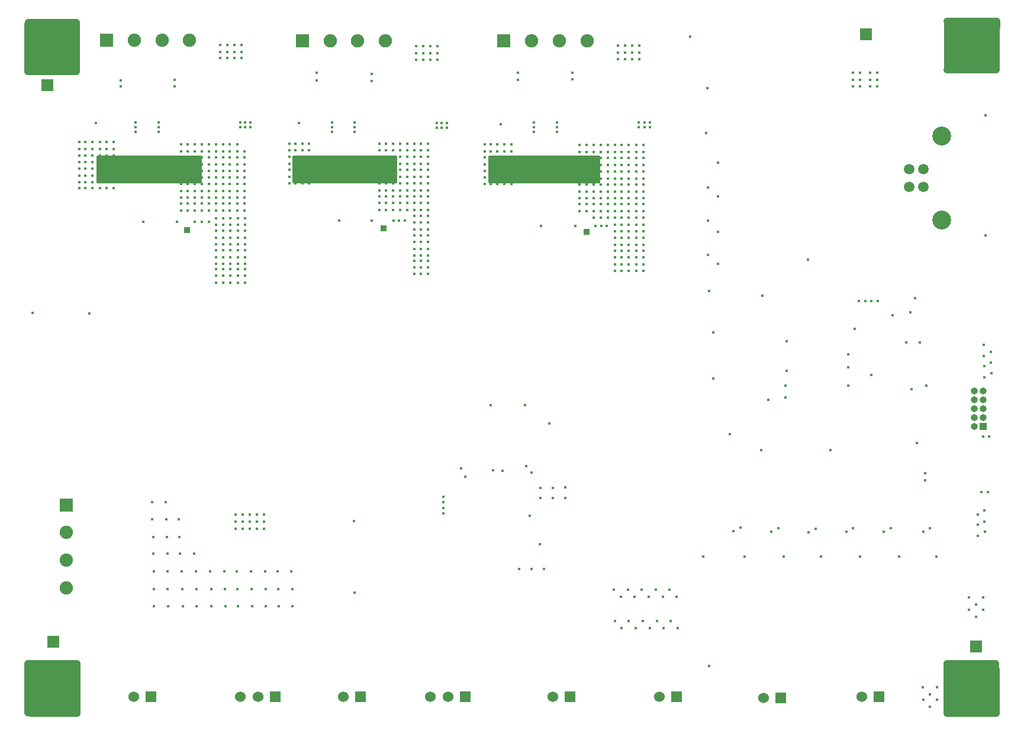
<source format=gbs>
G04 #@! TF.FileFunction,Soldermask,Bot*
%FSLAX46Y46*%
G04 Gerber Fmt 4.6, Leading zero omitted, Abs format (unit mm)*
G04 Created by KiCad (PCBNEW 4.0.1-stable) date 2018/04/26 15:04:28*
%MOMM*%
G01*
G04 APERTURE LIST*
%ADD10C,0.150000*%
%ADD11C,1.000000*%
%ADD12C,0.400000*%
%ADD13C,1.900000*%
%ADD14R,1.900000X1.900000*%
%ADD15C,1.520000*%
%ADD16C,2.700000*%
%ADD17R,0.850000X0.850000*%
%ADD18C,3.200000*%
%ADD19R,1.700000X1.700000*%
%ADD20R,1.000000X1.000000*%
%ADD21O,1.000000X1.000000*%
%ADD22C,1.524000*%
%ADD23R,1.524000X1.524000*%
%ADD24C,0.254000*%
G04 APERTURE END LIST*
D10*
D11*
X265550000Y-160500000D02*
X268700000Y-160500000D01*
X265550000Y-159850000D02*
X265550000Y-160500000D01*
X268750000Y-159850000D02*
X265550000Y-159850000D01*
X268750000Y-160400000D02*
X268750000Y-159850000D01*
X268750000Y-161750000D02*
X268750000Y-160400000D01*
X265850000Y-161750000D02*
X268750000Y-161750000D01*
X265850000Y-159100000D02*
X265850000Y-161750000D01*
X269200000Y-159100000D02*
X265850000Y-159100000D01*
X269200000Y-162400000D02*
X269200000Y-159100000D01*
X265150000Y-162400000D02*
X269200000Y-162400000D01*
X265150000Y-158350000D02*
X265150000Y-162400000D01*
X269900000Y-158350000D02*
X265150000Y-158350000D01*
X269900000Y-163000000D02*
X269900000Y-158350000D01*
X264450000Y-163000000D02*
X269900000Y-163000000D01*
X264450000Y-157600000D02*
X264450000Y-163000000D01*
X270700000Y-157600000D02*
X264450000Y-157600000D01*
X270700000Y-163850000D02*
X270700000Y-157600000D01*
X263700000Y-163850000D02*
X270700000Y-163850000D01*
X263700000Y-156800000D02*
X263700000Y-163850000D01*
X270650000Y-156800000D02*
X263700000Y-156800000D01*
X270650000Y-163700000D02*
X270650000Y-156800000D01*
X268350000Y-68200000D02*
X266650000Y-68200000D01*
X268350000Y-68800000D02*
X268350000Y-68200000D01*
X266500000Y-68800000D02*
X268350000Y-68800000D01*
X266500000Y-67650000D02*
X266500000Y-68800000D01*
X268650000Y-67650000D02*
X266500000Y-67650000D01*
X268650000Y-69800000D02*
X268650000Y-67650000D01*
X265800000Y-69800000D02*
X268650000Y-69800000D01*
X265800000Y-67000000D02*
X265800000Y-69800000D01*
X269200000Y-67000000D02*
X265800000Y-67000000D01*
X269200000Y-70400000D02*
X269200000Y-67000000D01*
X265250000Y-70400000D02*
X269200000Y-70400000D01*
X265250000Y-66350000D02*
X265250000Y-70400000D01*
X269900000Y-66350000D02*
X265250000Y-66350000D01*
X269900000Y-71150000D02*
X269900000Y-66350000D01*
X264450000Y-71150000D02*
X269900000Y-71150000D01*
X264450000Y-65650000D02*
X264450000Y-71150000D01*
X270750000Y-65650000D02*
X264450000Y-65650000D01*
X270750000Y-64800000D02*
X270750000Y-65650000D01*
X263700000Y-64800000D02*
X270750000Y-64800000D01*
X263750000Y-71800000D02*
X263750000Y-64800000D01*
X270700000Y-71800000D02*
X263700000Y-71800000D01*
X270700000Y-64900000D02*
X270700000Y-71800000D01*
X136550000Y-160550000D02*
X134850000Y-160550000D01*
X136550000Y-160100000D02*
X136550000Y-160550000D01*
X134500000Y-160100000D02*
X136550000Y-160100000D01*
X134500000Y-161500000D02*
X134500000Y-160100000D01*
X137250000Y-161500000D02*
X134500000Y-161500000D01*
X137250000Y-159450000D02*
X137250000Y-161500000D01*
X134050000Y-159450000D02*
X137250000Y-159450000D01*
X134050000Y-162300000D02*
X134050000Y-159450000D01*
X137950000Y-162300000D02*
X134050000Y-162300000D01*
X137950000Y-158550000D02*
X137950000Y-162300000D01*
X133350000Y-158550000D02*
X137950000Y-158550000D01*
X133350000Y-163150000D02*
X133350000Y-158550000D01*
X138550000Y-163150000D02*
X133350000Y-163150000D01*
X138550000Y-157800000D02*
X138550000Y-163150000D01*
X132650000Y-157800000D02*
X138550000Y-157800000D01*
X132650000Y-163850000D02*
X132650000Y-157800000D01*
X139200000Y-163850000D02*
X132650000Y-163850000D01*
X139200000Y-156800000D02*
X139200000Y-163850000D01*
X132200000Y-156800000D02*
X139200000Y-156800000D01*
X132200000Y-163800000D02*
X132200000Y-156800000D01*
X136200000Y-68300000D02*
X138550000Y-65950000D01*
X136700000Y-68800000D02*
X136200000Y-68300000D01*
X135300000Y-68800000D02*
X136700000Y-68800000D01*
X135300000Y-67400000D02*
X135300000Y-68800000D01*
X136850000Y-67400000D02*
X135300000Y-67400000D01*
X136850000Y-69800000D02*
X136850000Y-67400000D01*
X134550000Y-69800000D02*
X136850000Y-69800000D01*
X134550000Y-66650000D02*
X134550000Y-69800000D01*
X137550000Y-66650000D02*
X134550000Y-66650000D01*
X137550000Y-70450000D02*
X137550000Y-66650000D01*
X133750000Y-70450000D02*
X137550000Y-70450000D01*
X133750000Y-65850000D02*
X133750000Y-70450000D01*
X138250000Y-65850000D02*
X133750000Y-65850000D01*
X138250000Y-71300000D02*
X138250000Y-65850000D01*
X133050000Y-71300000D02*
X138250000Y-71300000D01*
X133050000Y-65650000D02*
X133050000Y-71300000D01*
X139150000Y-65000000D02*
X132250000Y-65000000D01*
X139150000Y-72050000D02*
X139150000Y-65000000D01*
X132200000Y-72050000D02*
X139150000Y-72050000D01*
X132200000Y-65250000D02*
X132200000Y-72050000D01*
D12*
X145390000Y-85920000D03*
X146390000Y-85920000D03*
X145390000Y-86920000D03*
X146390000Y-86920000D03*
X145390000Y-85020000D03*
X146390000Y-85020000D03*
X197540000Y-82420000D03*
X197540000Y-83420000D03*
X197540000Y-85320000D03*
X197540000Y-84320000D03*
X197540000Y-88120000D03*
X197540000Y-87220000D03*
X197540000Y-86220000D03*
X198440000Y-86220000D03*
X198440000Y-87220000D03*
X198440000Y-88120000D03*
X198440000Y-84320000D03*
X198440000Y-85320000D03*
X198440000Y-83420000D03*
X198440000Y-82420000D03*
X169640000Y-82320000D03*
X169640000Y-83320000D03*
X169640000Y-85220000D03*
X169640000Y-84220000D03*
X169640000Y-88020000D03*
X169640000Y-87120000D03*
X169640000Y-86120000D03*
X210190000Y-85220000D03*
X209190000Y-85220000D03*
X210190000Y-87120000D03*
X209190000Y-87120000D03*
X210190000Y-86120000D03*
X209190000Y-86120000D03*
X202290000Y-86120000D03*
X203290000Y-86120000D03*
X202290000Y-87120000D03*
X203290000Y-87120000D03*
X202290000Y-85220000D03*
X203290000Y-85220000D03*
X181190000Y-85020000D03*
X180190000Y-85020000D03*
X181190000Y-86920000D03*
X180190000Y-86920000D03*
X181190000Y-85920000D03*
X180190000Y-85920000D03*
X153090000Y-85020000D03*
X152090000Y-85020000D03*
X153090000Y-86920000D03*
X152090000Y-86920000D03*
X153090000Y-85920000D03*
X152090000Y-85920000D03*
X173390000Y-85920000D03*
X174390000Y-85920000D03*
X173390000Y-86920000D03*
X174390000Y-86920000D03*
X173390000Y-85020000D03*
X174390000Y-85020000D03*
X144490000Y-88720000D03*
X143490000Y-88720000D03*
X142490000Y-88720000D03*
X140390000Y-88720000D03*
X141390000Y-88720000D03*
X139590000Y-88720000D03*
X139590000Y-82120000D03*
X139590000Y-83120000D03*
X139590000Y-85020000D03*
X139590000Y-84020000D03*
X139590000Y-87820000D03*
X139590000Y-86920000D03*
X139590000Y-85920000D03*
X140390000Y-85920000D03*
X141390000Y-85920000D03*
X140390000Y-86920000D03*
X141390000Y-86920000D03*
X141390000Y-87820000D03*
X140390000Y-87820000D03*
X140390000Y-84020000D03*
X141390000Y-84020000D03*
X140390000Y-85020000D03*
X141390000Y-85020000D03*
X141390000Y-83120000D03*
X140390000Y-83120000D03*
X141390000Y-82120000D03*
X140390000Y-82120000D03*
X210100000Y-73100000D03*
X210100000Y-72200000D03*
X202300000Y-72200000D03*
X202300000Y-73200000D03*
X181400000Y-73400000D03*
X181400000Y-72400000D03*
X173500000Y-72200000D03*
X173500000Y-73300000D03*
X153200000Y-74100000D03*
X153200000Y-73200000D03*
X145500000Y-73300000D03*
X145500000Y-74100000D03*
X159740000Y-70120000D03*
X160740000Y-70120000D03*
X161740000Y-70120000D03*
X162740000Y-70120000D03*
X162740000Y-69220000D03*
X161740000Y-69220000D03*
X160740000Y-69220000D03*
X159740000Y-69220000D03*
X162740000Y-68220000D03*
X161740000Y-68220000D03*
X160740000Y-68220000D03*
X159740000Y-68220000D03*
X187740000Y-68420000D03*
X188740000Y-68420000D03*
X189740000Y-68420000D03*
X190740000Y-68420000D03*
X187740000Y-69420000D03*
X188740000Y-69420000D03*
X189740000Y-69420000D03*
X190740000Y-69420000D03*
X190740000Y-70320000D03*
X189740000Y-70320000D03*
X188740000Y-70320000D03*
X187740000Y-70320000D03*
X216640000Y-70220000D03*
X217640000Y-70220000D03*
X218640000Y-70220000D03*
X219640000Y-70220000D03*
X219640000Y-69320000D03*
X218640000Y-69320000D03*
X217640000Y-69320000D03*
X216640000Y-69320000D03*
X219640000Y-68320000D03*
X218640000Y-68320000D03*
X217640000Y-68320000D03*
X216640000Y-68320000D03*
X182440000Y-85220000D03*
X240600000Y-117000000D03*
X240600000Y-118700000D03*
X234150000Y-137270000D03*
X233150000Y-137820000D03*
X238550000Y-137920000D03*
X239550000Y-137370000D03*
X244850000Y-137470000D03*
X243850000Y-138020000D03*
X249250000Y-137920000D03*
X250250000Y-137370000D03*
X254650000Y-137920000D03*
X255650000Y-137370000D03*
X261250000Y-137370000D03*
X260250000Y-137920000D03*
X268100000Y-136920000D03*
X269100000Y-137920000D03*
X268100000Y-138470000D03*
X268050000Y-135420000D03*
X269050000Y-136420000D03*
X269050000Y-134870000D03*
X259400000Y-125200000D03*
X194800000Y-130000000D03*
X237100000Y-126200000D03*
X247000000Y-126200000D03*
X249500000Y-114400000D03*
X249550000Y-116970000D03*
X257800000Y-110820000D03*
X260750000Y-116970000D03*
X252800000Y-115500000D03*
X249550000Y-112470000D03*
X250450000Y-108870000D03*
X259800000Y-110800000D03*
X258600000Y-117500000D03*
X259100000Y-104420000D03*
X255900000Y-106900000D03*
X258400000Y-106500000D03*
X252850000Y-104870000D03*
X253800000Y-104900000D03*
X268600000Y-132200000D03*
X269500000Y-132200000D03*
X269700000Y-124300000D03*
X268950000Y-111170000D03*
X269950000Y-112170000D03*
X269950000Y-113720000D03*
X268950000Y-112720000D03*
X269000000Y-115770000D03*
X270000000Y-115220000D03*
X269000000Y-114220000D03*
X269200000Y-95520000D03*
X252700000Y-72220000D03*
X253700000Y-72220000D03*
X253700000Y-74100000D03*
X252700000Y-73220000D03*
X253700000Y-73220000D03*
X252700000Y-74120000D03*
X250200000Y-74120000D03*
X240700000Y-110600000D03*
X240700000Y-114900000D03*
X232600000Y-123900000D03*
X230200000Y-116000000D03*
X230200000Y-109400000D03*
X194200000Y-128800000D03*
X206800000Y-122400000D03*
X205400000Y-139700000D03*
X198400000Y-119800000D03*
X203300000Y-119800000D03*
X226900000Y-67000000D03*
X229200000Y-80800000D03*
X229400000Y-74400000D03*
X229500000Y-88600000D03*
X229500000Y-93400000D03*
X229600000Y-103400000D03*
X229500000Y-98300000D03*
X203500000Y-128500000D03*
X198700000Y-129100000D03*
X191600000Y-134500000D03*
X191600000Y-135300000D03*
X191600000Y-133700000D03*
X171000000Y-79400000D03*
X141900000Y-79400000D03*
X147600000Y-79300000D03*
X189440000Y-91820000D03*
X188440000Y-91820000D03*
X187440000Y-91820000D03*
X187440000Y-92720000D03*
X188440000Y-92720000D03*
X189440000Y-92720000D03*
X189440000Y-94620000D03*
X188440000Y-94620000D03*
X187440000Y-94620000D03*
X189440000Y-93620000D03*
X188440000Y-93620000D03*
X187440000Y-93620000D03*
X187440000Y-96420000D03*
X188440000Y-96420000D03*
X189440000Y-96420000D03*
X187440000Y-97420000D03*
X188440000Y-97420000D03*
X189440000Y-97420000D03*
X189440000Y-95520000D03*
X188440000Y-95520000D03*
X187440000Y-95520000D03*
X187440000Y-98320000D03*
X188440000Y-98320000D03*
X189440000Y-98320000D03*
X187440000Y-99120000D03*
X188440000Y-99120000D03*
X189440000Y-99120000D03*
X189440000Y-101020000D03*
X188440000Y-101020000D03*
X187440000Y-101020000D03*
X189440000Y-100020000D03*
X188440000Y-100020000D03*
X187440000Y-100020000D03*
X162240000Y-100320000D03*
X163240000Y-100320000D03*
X163240000Y-102220000D03*
X162240000Y-102220000D03*
X163240000Y-101220000D03*
X162240000Y-101220000D03*
X159140000Y-101220000D03*
X160140000Y-101220000D03*
X161140000Y-101220000D03*
X159140000Y-102220000D03*
X160140000Y-102220000D03*
X161140000Y-102220000D03*
X161140000Y-100320000D03*
X160140000Y-100320000D03*
X159140000Y-100320000D03*
X162240000Y-99520000D03*
X163240000Y-99520000D03*
X161140000Y-99520000D03*
X160140000Y-99520000D03*
X159140000Y-99520000D03*
X159140000Y-96720000D03*
X160140000Y-96720000D03*
X161140000Y-96720000D03*
X161140000Y-98620000D03*
X160140000Y-98620000D03*
X159140000Y-98620000D03*
X161140000Y-97620000D03*
X160140000Y-97620000D03*
X159140000Y-97620000D03*
X162240000Y-97620000D03*
X163240000Y-97620000D03*
X162240000Y-98620000D03*
X163240000Y-98620000D03*
X163240000Y-96720000D03*
X162240000Y-96720000D03*
X162240000Y-93920000D03*
X163240000Y-93920000D03*
X163240000Y-95820000D03*
X162240000Y-95820000D03*
X163240000Y-94820000D03*
X162240000Y-94820000D03*
X159140000Y-94820000D03*
X160140000Y-94820000D03*
X161140000Y-94820000D03*
X159140000Y-95820000D03*
X160140000Y-95820000D03*
X161140000Y-95820000D03*
X161140000Y-93920000D03*
X160140000Y-93920000D03*
X159140000Y-93920000D03*
X216140000Y-93920000D03*
X217140000Y-93920000D03*
X218140000Y-93920000D03*
X216140000Y-94920000D03*
X217140000Y-94920000D03*
X218140000Y-94920000D03*
X218140000Y-96820000D03*
X217140000Y-96820000D03*
X216140000Y-96820000D03*
X218140000Y-95820000D03*
X217140000Y-95820000D03*
X216140000Y-95820000D03*
X219240000Y-95820000D03*
X220240000Y-95820000D03*
X219240000Y-96820000D03*
X220240000Y-96820000D03*
X220240000Y-94920000D03*
X219240000Y-94920000D03*
X220240000Y-93920000D03*
X219240000Y-93920000D03*
X219240000Y-97720000D03*
X220240000Y-97720000D03*
X220240000Y-99620000D03*
X219240000Y-99620000D03*
X220240000Y-98620000D03*
X219240000Y-98620000D03*
X216140000Y-98620000D03*
X217140000Y-98620000D03*
X218140000Y-98620000D03*
X216140000Y-99620000D03*
X217140000Y-99620000D03*
X218140000Y-99620000D03*
X218140000Y-97720000D03*
X217140000Y-97720000D03*
X216140000Y-97720000D03*
X216140000Y-100520000D03*
X217140000Y-100520000D03*
X218140000Y-100520000D03*
X220240000Y-100520000D03*
X219240000Y-100520000D03*
X162600000Y-80000000D03*
X162600000Y-79300000D03*
X163300000Y-79300000D03*
X163300000Y-80000000D03*
X164000000Y-80000000D03*
X164000000Y-79300000D03*
X220400000Y-80000000D03*
X220400000Y-79300000D03*
X192100000Y-79400000D03*
X192100000Y-80100000D03*
X191400000Y-80100000D03*
X191400000Y-79400000D03*
X207850000Y-80000000D03*
X207850000Y-79300000D03*
X207850000Y-80700000D03*
X221200000Y-80000000D03*
X221200000Y-79300000D03*
X190700000Y-79400000D03*
X190700000Y-80100000D03*
X204600000Y-80700000D03*
X204600000Y-79300000D03*
X204600000Y-80000000D03*
X219600000Y-80000000D03*
X219600000Y-79300000D03*
X178900000Y-80700000D03*
X178900000Y-79300000D03*
X178900000Y-80000000D03*
X175700000Y-80000000D03*
X175700000Y-79300000D03*
X175700000Y-80700000D03*
X150900000Y-80000000D03*
X150900000Y-79300000D03*
X150900000Y-80700000D03*
X147600000Y-80700000D03*
X199800000Y-79600000D03*
X147600000Y-80000000D03*
X148700000Y-93500000D03*
X153500000Y-93500000D03*
X156100000Y-93500000D03*
X158100000Y-93500000D03*
X157100000Y-93500000D03*
X215000000Y-94100000D03*
X214200000Y-94100000D03*
X213400000Y-94100000D03*
X210500000Y-94100000D03*
X205600000Y-94100000D03*
X176700000Y-93400000D03*
X181400000Y-93400000D03*
X184500000Y-93400000D03*
X185300000Y-93400000D03*
X186100000Y-93400000D03*
X142490000Y-82120000D03*
X143490000Y-82120000D03*
X144490000Y-82120000D03*
X142490000Y-83120000D03*
X143490000Y-83120000D03*
X144490000Y-83120000D03*
X144490000Y-85020000D03*
X143490000Y-85020000D03*
X142490000Y-85020000D03*
X144490000Y-84020000D03*
X143490000Y-84020000D03*
X142490000Y-84020000D03*
X142490000Y-87820000D03*
X143490000Y-87820000D03*
X144490000Y-87820000D03*
X144490000Y-86920000D03*
X143490000Y-86920000D03*
X142490000Y-86920000D03*
X144490000Y-85920000D03*
X143490000Y-85920000D03*
X142490000Y-85920000D03*
X154090000Y-90920000D03*
X155090000Y-90920000D03*
X156090000Y-90920000D03*
X157090000Y-90920000D03*
X154090000Y-91920000D03*
X155090000Y-91920000D03*
X156090000Y-91920000D03*
X157090000Y-91920000D03*
X157090000Y-90020000D03*
X156090000Y-90020000D03*
X155090000Y-90020000D03*
X154090000Y-90020000D03*
X158090000Y-90020000D03*
X159090000Y-90020000D03*
X160090000Y-90020000D03*
X161090000Y-90020000D03*
X161090000Y-91920000D03*
X160090000Y-91920000D03*
X159090000Y-91920000D03*
X158090000Y-91920000D03*
X161090000Y-90920000D03*
X160090000Y-90920000D03*
X159090000Y-90920000D03*
X158090000Y-90920000D03*
X162190000Y-90920000D03*
X163190000Y-90920000D03*
X162190000Y-91920000D03*
X163190000Y-91920000D03*
X163190000Y-90020000D03*
X162190000Y-90020000D03*
X162190000Y-86220000D03*
X163190000Y-86220000D03*
X162190000Y-87220000D03*
X163190000Y-87220000D03*
X163190000Y-89120000D03*
X162190000Y-89120000D03*
X163190000Y-88120000D03*
X162190000Y-88120000D03*
X162190000Y-84320000D03*
X163190000Y-84320000D03*
X162190000Y-85320000D03*
X163190000Y-85320000D03*
X163190000Y-83420000D03*
X162190000Y-83420000D03*
X162190000Y-82420000D03*
X158090000Y-82420000D03*
X159090000Y-82420000D03*
X160090000Y-82420000D03*
X161090000Y-82420000D03*
X158090000Y-83420000D03*
X159090000Y-83420000D03*
X160090000Y-83420000D03*
X161090000Y-83420000D03*
X161090000Y-85320000D03*
X160090000Y-85320000D03*
X159090000Y-85320000D03*
X158090000Y-85320000D03*
X161090000Y-84320000D03*
X160090000Y-84320000D03*
X159090000Y-84320000D03*
X158090000Y-84320000D03*
X158090000Y-88120000D03*
X159090000Y-88120000D03*
X160090000Y-88120000D03*
X161090000Y-88120000D03*
X158090000Y-89120000D03*
X159090000Y-89120000D03*
X160090000Y-89120000D03*
X161090000Y-89120000D03*
X161090000Y-87220000D03*
X160090000Y-87220000D03*
X159090000Y-87220000D03*
X158090000Y-87220000D03*
X161090000Y-86220000D03*
X160090000Y-86220000D03*
X159090000Y-86220000D03*
X158090000Y-86220000D03*
X154090000Y-86220000D03*
X155090000Y-86220000D03*
X156090000Y-86220000D03*
X157090000Y-86220000D03*
X154090000Y-87220000D03*
X155090000Y-87220000D03*
X156090000Y-87220000D03*
X157090000Y-87220000D03*
X157090000Y-89120000D03*
X156090000Y-89120000D03*
X155090000Y-89120000D03*
X154090000Y-89120000D03*
X157090000Y-88120000D03*
X156090000Y-88120000D03*
X155090000Y-88120000D03*
X154090000Y-88120000D03*
X154090000Y-84320000D03*
X155090000Y-84320000D03*
X156090000Y-84320000D03*
X157090000Y-84320000D03*
X154090000Y-85320000D03*
X155090000Y-85320000D03*
X156090000Y-85320000D03*
X157090000Y-85320000D03*
X157090000Y-83420000D03*
X156090000Y-83420000D03*
X155090000Y-83420000D03*
X154090000Y-83420000D03*
X157090000Y-82420000D03*
X156090000Y-82420000D03*
X155090000Y-82420000D03*
X154090000Y-82420000D03*
D13*
X155340000Y-67530000D03*
X151380000Y-67530000D03*
D14*
X143460000Y-67530000D03*
D13*
X147420000Y-67530000D03*
D12*
X170440000Y-86120000D03*
X171440000Y-86120000D03*
X172440000Y-86120000D03*
X170440000Y-87120000D03*
X171440000Y-87120000D03*
X172440000Y-87120000D03*
X172440000Y-88020000D03*
X171440000Y-88020000D03*
X170440000Y-88020000D03*
X170440000Y-84220000D03*
X171440000Y-84220000D03*
X172440000Y-84220000D03*
X170440000Y-85220000D03*
X171440000Y-85220000D03*
X172440000Y-85220000D03*
X172440000Y-83320000D03*
X171440000Y-83320000D03*
X170440000Y-83320000D03*
X172440000Y-82320000D03*
X171440000Y-82320000D03*
X170440000Y-82320000D03*
X182440000Y-82320000D03*
X183440000Y-82320000D03*
X184440000Y-82320000D03*
X185440000Y-82320000D03*
X182440000Y-83320000D03*
X183440000Y-83320000D03*
X184440000Y-83320000D03*
X185440000Y-83320000D03*
X185440000Y-85220000D03*
X184440000Y-85220000D03*
X183440000Y-85220000D03*
X185440000Y-84220000D03*
X184440000Y-84220000D03*
X183440000Y-84220000D03*
X182440000Y-84220000D03*
X182440000Y-88020000D03*
X183440000Y-88020000D03*
X184440000Y-88020000D03*
X185440000Y-88020000D03*
X182440000Y-89020000D03*
X183440000Y-89020000D03*
X184440000Y-89020000D03*
X185440000Y-89020000D03*
X185440000Y-87120000D03*
X184440000Y-87120000D03*
X183440000Y-87120000D03*
X182440000Y-87120000D03*
X185440000Y-86120000D03*
X184440000Y-86120000D03*
X183440000Y-86120000D03*
X182440000Y-86120000D03*
X186440000Y-86120000D03*
X187440000Y-86120000D03*
X188440000Y-86120000D03*
X189440000Y-86120000D03*
X186440000Y-87120000D03*
X187440000Y-87120000D03*
X188440000Y-87120000D03*
X189440000Y-87120000D03*
X189440000Y-89020000D03*
X188440000Y-89020000D03*
X187440000Y-89020000D03*
X186440000Y-89020000D03*
X189440000Y-88020000D03*
X188440000Y-88020000D03*
X187440000Y-88020000D03*
X186440000Y-88020000D03*
X186440000Y-84220000D03*
X187440000Y-84220000D03*
X188440000Y-84220000D03*
X189440000Y-84220000D03*
X186440000Y-85220000D03*
X187440000Y-85220000D03*
X188440000Y-85220000D03*
X189440000Y-85220000D03*
X189440000Y-83320000D03*
X188440000Y-83320000D03*
X187440000Y-83320000D03*
X186440000Y-83320000D03*
X189440000Y-82320000D03*
X188440000Y-82320000D03*
X187440000Y-82320000D03*
X186440000Y-82320000D03*
X163240000Y-93020000D03*
X162240000Y-93020000D03*
X186440000Y-90820000D03*
X187440000Y-90820000D03*
X188440000Y-90820000D03*
X189440000Y-90820000D03*
X186440000Y-91820000D03*
X159140000Y-93020000D03*
X160140000Y-93020000D03*
X161140000Y-93020000D03*
X189440000Y-89920000D03*
X188440000Y-89920000D03*
X187440000Y-89920000D03*
X186440000Y-89920000D03*
X182440000Y-89920000D03*
X183440000Y-89920000D03*
X184440000Y-89920000D03*
X185440000Y-89920000D03*
X185440000Y-91820000D03*
X184440000Y-91820000D03*
X183440000Y-91820000D03*
X182440000Y-91820000D03*
X185440000Y-90820000D03*
X184440000Y-90820000D03*
X183440000Y-90820000D03*
X182440000Y-90820000D03*
X199340000Y-82420000D03*
X200340000Y-82420000D03*
X201340000Y-82420000D03*
X199340000Y-83420000D03*
X200340000Y-83420000D03*
X201340000Y-83420000D03*
X201340000Y-85320000D03*
X200340000Y-85320000D03*
X199340000Y-85320000D03*
X201340000Y-84320000D03*
X200340000Y-84320000D03*
X199340000Y-84320000D03*
X199340000Y-88120000D03*
X200340000Y-88120000D03*
X201340000Y-88120000D03*
X201340000Y-87220000D03*
X200340000Y-87220000D03*
X199340000Y-87220000D03*
X201340000Y-86220000D03*
X200340000Y-86220000D03*
X199340000Y-86220000D03*
X219240000Y-92920000D03*
X220240000Y-92920000D03*
X218140000Y-92920000D03*
X217140000Y-92920000D03*
X216140000Y-92920000D03*
X215140000Y-92920000D03*
X213140000Y-92920000D03*
X214140000Y-92920000D03*
X211140000Y-91020000D03*
X212140000Y-91020000D03*
X213140000Y-91020000D03*
X214140000Y-91020000D03*
X211140000Y-92020000D03*
X212140000Y-92020000D03*
X213140000Y-92020000D03*
X214140000Y-92020000D03*
X214140000Y-90120000D03*
X213140000Y-90120000D03*
X212140000Y-90120000D03*
X211140000Y-90120000D03*
X215140000Y-90120000D03*
X216140000Y-90120000D03*
X217140000Y-90120000D03*
X218140000Y-90120000D03*
X218140000Y-92020000D03*
X217140000Y-92020000D03*
X216140000Y-92020000D03*
X215140000Y-92020000D03*
X218140000Y-91020000D03*
X217140000Y-91020000D03*
X216140000Y-91020000D03*
X215140000Y-91020000D03*
X219240000Y-91020000D03*
X220240000Y-91020000D03*
X219240000Y-92020000D03*
X220240000Y-92020000D03*
X220240000Y-90120000D03*
X219240000Y-90120000D03*
X219240000Y-86320000D03*
X220240000Y-86320000D03*
X219240000Y-87320000D03*
X220240000Y-87320000D03*
X220240000Y-89220000D03*
X219240000Y-89220000D03*
X220240000Y-88220000D03*
X219240000Y-88220000D03*
X219240000Y-84420000D03*
X220240000Y-84420000D03*
X219240000Y-85420000D03*
X220240000Y-85420000D03*
X220240000Y-83520000D03*
X219240000Y-83520000D03*
X220240000Y-82520000D03*
X219240000Y-82520000D03*
X215140000Y-82520000D03*
X216140000Y-82520000D03*
X217140000Y-82520000D03*
X218140000Y-82520000D03*
X215140000Y-83520000D03*
X216140000Y-83520000D03*
X217140000Y-83520000D03*
X218140000Y-83520000D03*
X218140000Y-85420000D03*
X217140000Y-85420000D03*
X216140000Y-85420000D03*
X215140000Y-85420000D03*
X218140000Y-84420000D03*
X217140000Y-84420000D03*
X216140000Y-84420000D03*
X215140000Y-84420000D03*
X215140000Y-88220000D03*
X216140000Y-88220000D03*
X217140000Y-88220000D03*
X218140000Y-88220000D03*
X215140000Y-89220000D03*
X216140000Y-89220000D03*
X217140000Y-89220000D03*
X218140000Y-89220000D03*
X218140000Y-87320000D03*
X217140000Y-87320000D03*
X216140000Y-87320000D03*
X215140000Y-87320000D03*
X218140000Y-86320000D03*
X217140000Y-86320000D03*
X216140000Y-86320000D03*
X215140000Y-86320000D03*
X211140000Y-86320000D03*
X212140000Y-86320000D03*
X213140000Y-86320000D03*
X214140000Y-86320000D03*
X211140000Y-87320000D03*
X212140000Y-87320000D03*
X213140000Y-87320000D03*
X214140000Y-87320000D03*
X214140000Y-89220000D03*
X213140000Y-89220000D03*
X212140000Y-89220000D03*
X211140000Y-89220000D03*
X214140000Y-88220000D03*
X213140000Y-88220000D03*
X212140000Y-88220000D03*
X211140000Y-88220000D03*
X211140000Y-84420000D03*
X212140000Y-84420000D03*
X213140000Y-84420000D03*
X214140000Y-84420000D03*
X211140000Y-85420000D03*
X212140000Y-85420000D03*
X213140000Y-85420000D03*
X214140000Y-85420000D03*
D15*
X258250000Y-88540000D03*
X258250000Y-86000000D03*
X260250000Y-86000000D03*
X260250000Y-88540000D03*
D16*
X262950000Y-93270000D03*
X262950000Y-81270000D03*
D12*
X260564000Y-129538000D03*
X260564000Y-130538000D03*
X205994000Y-143256000D03*
X204216000Y-143256000D03*
X202438000Y-143256000D03*
X205486000Y-133096000D03*
X205470000Y-131662000D03*
X207270000Y-131662000D03*
X209042000Y-131572000D03*
X207264000Y-133096000D03*
X209042000Y-133096000D03*
X238100000Y-119000000D03*
X245618000Y-141478000D03*
X234696000Y-141478000D03*
X240284000Y-141478000D03*
X251206000Y-141478000D03*
X256794000Y-141478000D03*
X228800000Y-141450000D03*
X268800000Y-124300000D03*
X262128000Y-141478000D03*
X140970000Y-106680000D03*
X161950000Y-135450000D03*
X162950000Y-135450000D03*
X161950000Y-136450000D03*
X162950000Y-136450000D03*
X161950000Y-137450000D03*
X162950000Y-137450000D03*
X154350000Y-148550000D03*
X156350000Y-148550000D03*
X156300000Y-146150000D03*
X154300000Y-146150000D03*
X150200000Y-146150000D03*
X152200000Y-146150000D03*
X152250000Y-148550000D03*
X150250000Y-148550000D03*
X168050000Y-148550000D03*
X170050000Y-148550000D03*
X170000000Y-146150000D03*
X168000000Y-146150000D03*
X169900000Y-143600000D03*
X167900000Y-143600000D03*
X166100000Y-143600000D03*
X166200000Y-146150000D03*
X166250000Y-148550000D03*
X158450000Y-148550000D03*
X160450000Y-148550000D03*
X160400000Y-146150000D03*
X158400000Y-146150000D03*
X160300000Y-143600000D03*
X158300000Y-143600000D03*
X162100000Y-143600000D03*
X164100000Y-143600000D03*
X162200000Y-146150000D03*
X164200000Y-146150000D03*
X164250000Y-148550000D03*
X162250000Y-148550000D03*
X153950000Y-141050000D03*
X155950000Y-141050000D03*
X153900000Y-138650000D03*
X153800000Y-136100000D03*
X150000000Y-136100000D03*
X152000000Y-136100000D03*
X151950000Y-133700000D03*
X149950000Y-133700000D03*
X150100000Y-138650000D03*
X152100000Y-138650000D03*
X152150000Y-141050000D03*
X150150000Y-141050000D03*
X230950000Y-94939000D03*
X200100000Y-129200000D03*
X252000000Y-104900000D03*
X251050000Y-104870000D03*
X237300000Y-104083000D03*
X266850000Y-149100000D03*
X268850000Y-149100000D03*
X267850000Y-150100000D03*
X267800000Y-148300000D03*
X268800000Y-147300000D03*
X266800000Y-147300000D03*
X260200000Y-160150000D03*
X262200000Y-160150000D03*
X261200000Y-161150000D03*
X261250000Y-162950000D03*
X262250000Y-161950000D03*
X260250000Y-161950000D03*
X225000000Y-147200000D03*
X223000000Y-147200000D03*
X221000000Y-147200000D03*
X219000000Y-147200000D03*
X217000000Y-147200000D03*
X224000000Y-146200000D03*
X222000000Y-146200000D03*
X220000000Y-146200000D03*
X218000000Y-146200000D03*
X216000000Y-146200000D03*
X204200000Y-129400000D03*
X191600000Y-132900000D03*
X203962000Y-135636000D03*
X156200000Y-143600000D03*
X154200000Y-143600000D03*
X152200000Y-143600000D03*
X150200000Y-143600000D03*
X230950000Y-85033000D03*
X230950000Y-89859000D03*
X230950000Y-99575000D03*
X216150000Y-150700000D03*
X218150000Y-150700000D03*
X220150000Y-150700000D03*
X222150000Y-150700000D03*
X224150000Y-150700000D03*
X217150000Y-151700000D03*
X219150000Y-151700000D03*
X221150000Y-151700000D03*
X223150000Y-151700000D03*
X225150000Y-151700000D03*
X251200000Y-73220000D03*
X250200000Y-73220000D03*
X251200000Y-74100000D03*
X251200000Y-72220000D03*
X250200000Y-72220000D03*
X269200000Y-78320000D03*
D13*
X137700000Y-145930000D03*
X137700000Y-141970000D03*
D14*
X137700000Y-134050000D03*
D13*
X137700000Y-138010000D03*
D12*
X165950000Y-137450000D03*
X164950000Y-137450000D03*
X163950000Y-137450000D03*
X132890000Y-106570000D03*
X165950000Y-136450000D03*
X164950000Y-136450000D03*
X163950000Y-136450000D03*
X178950000Y-146600000D03*
X178850000Y-136350000D03*
X229600000Y-157150000D03*
X165950000Y-135450000D03*
X164950000Y-135450000D03*
X163950000Y-135450000D03*
X214140000Y-83520000D03*
X213140000Y-83520000D03*
X212140000Y-83520000D03*
X211140000Y-83520000D03*
X214140000Y-82520000D03*
X213140000Y-82520000D03*
X212140000Y-82520000D03*
X211140000Y-82520000D03*
X243750000Y-98975000D03*
X207740000Y-87170000D03*
X206740000Y-87170000D03*
X205740000Y-87170000D03*
X204740000Y-87170000D03*
X178940000Y-86970000D03*
X177940000Y-86970000D03*
X176940000Y-86970000D03*
X175940000Y-86970000D03*
X150790000Y-86920000D03*
X149790000Y-86920000D03*
X148790000Y-86920000D03*
X147790000Y-86920000D03*
X207740000Y-86170000D03*
X206740000Y-86170000D03*
X205740000Y-86170000D03*
X204740000Y-86170000D03*
X178940000Y-85970000D03*
X177940000Y-85970000D03*
X176940000Y-85970000D03*
X175940000Y-85970000D03*
X150790000Y-85920000D03*
X149790000Y-85920000D03*
X148790000Y-85920000D03*
X147790000Y-85920000D03*
X207740000Y-85170000D03*
X206740000Y-85170000D03*
X205740000Y-85170000D03*
X204740000Y-85170000D03*
X178940000Y-84970000D03*
X177940000Y-84970000D03*
X176940000Y-84970000D03*
X175940000Y-84970000D03*
X150790000Y-84920000D03*
X149790000Y-84920000D03*
X148790000Y-84920000D03*
D17*
X155000000Y-94700000D03*
X183100000Y-94500000D03*
X212100000Y-95000000D03*
D13*
X183340000Y-67630000D03*
X179380000Y-67630000D03*
D14*
X171460000Y-67630000D03*
D13*
X175420000Y-67630000D03*
X212180000Y-67600000D03*
X208220000Y-67600000D03*
D14*
X200300000Y-67600000D03*
D13*
X204260000Y-67600000D03*
D12*
X147790000Y-84920000D03*
D18*
X135810000Y-68630000D03*
X135750000Y-160300000D03*
X266950000Y-68820000D03*
X267100000Y-160400000D03*
D19*
X135000000Y-74000000D03*
X135825000Y-153675000D03*
X267800000Y-154350000D03*
X252050000Y-66650000D03*
D20*
X268850000Y-122800000D03*
D21*
X267580000Y-122800000D03*
X268850000Y-121530000D03*
X267580000Y-121530000D03*
X268850000Y-120260000D03*
X267580000Y-120260000D03*
X268850000Y-118990000D03*
X267580000Y-118990000D03*
X268850000Y-117720000D03*
X267580000Y-117720000D03*
D22*
X189798000Y-161544000D03*
D23*
X194798000Y-161544000D03*
D22*
X192298000Y-161544000D03*
X162620000Y-161544000D03*
D23*
X167620000Y-161544000D03*
D22*
X165120000Y-161544000D03*
D23*
X179812000Y-161544000D03*
D22*
X177312000Y-161544000D03*
D23*
X225024000Y-161544000D03*
D22*
X222524000Y-161544000D03*
D23*
X209784000Y-161544000D03*
D22*
X207284000Y-161544000D03*
D23*
X239910000Y-161650000D03*
D22*
X237410000Y-161650000D03*
D23*
X149840000Y-161544000D03*
D22*
X147340000Y-161544000D03*
D23*
X253980000Y-161544000D03*
D22*
X251480000Y-161544000D03*
D24*
G36*
X156873000Y-87873000D02*
X142127000Y-87873000D01*
X142127000Y-84127000D01*
X156873000Y-84127000D01*
X156873000Y-87873000D01*
X156873000Y-87873000D01*
G37*
X156873000Y-87873000D02*
X142127000Y-87873000D01*
X142127000Y-84127000D01*
X156873000Y-84127000D01*
X156873000Y-87873000D01*
G36*
X184873000Y-87873000D02*
X170127000Y-87873000D01*
X170127000Y-84127000D01*
X184873000Y-84127000D01*
X184873000Y-87873000D01*
X184873000Y-87873000D01*
G37*
X184873000Y-87873000D02*
X170127000Y-87873000D01*
X170127000Y-84127000D01*
X184873000Y-84127000D01*
X184873000Y-87873000D01*
G36*
X213873000Y-87873000D02*
X198127000Y-87873000D01*
X198127000Y-84127000D01*
X213873000Y-84127000D01*
X213873000Y-87873000D01*
X213873000Y-87873000D01*
G37*
X213873000Y-87873000D02*
X198127000Y-87873000D01*
X198127000Y-84127000D01*
X213873000Y-84127000D01*
X213873000Y-87873000D01*
M02*

</source>
